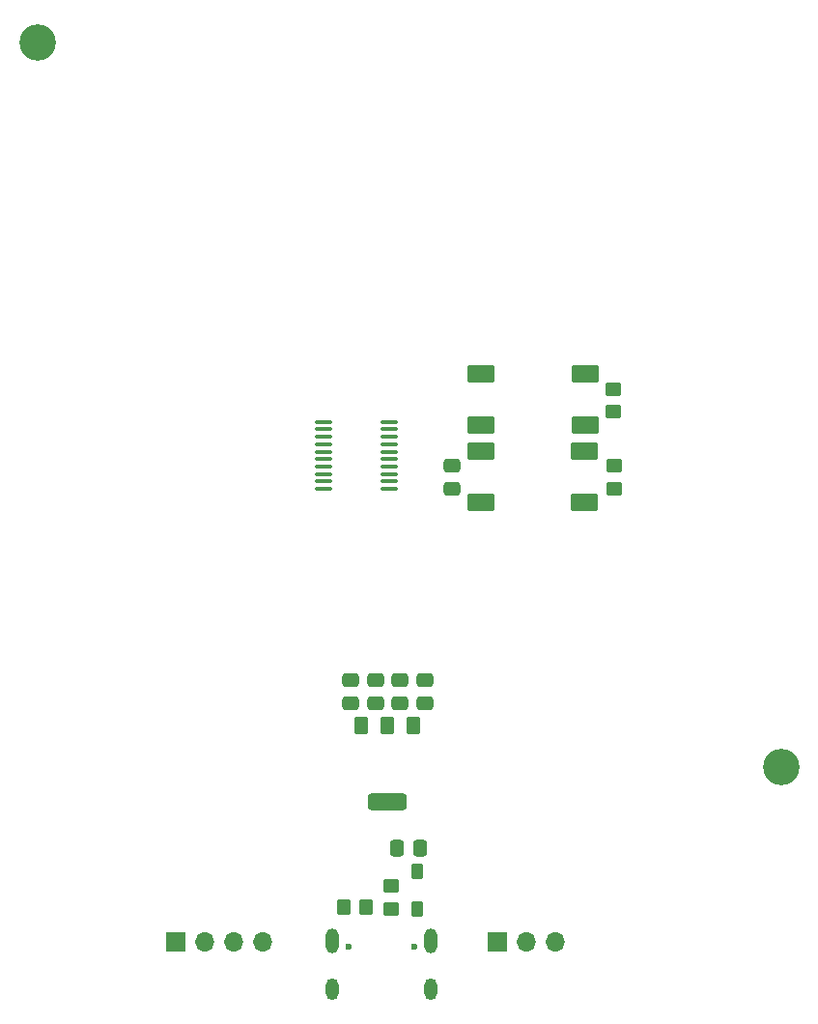
<source format=gbr>
%TF.GenerationSoftware,KiCad,Pcbnew,8.0.2*%
%TF.CreationDate,2025-03-09T15:23:07+01:00*%
%TF.ProjectId,WRadioLogo,57526164-696f-44c6-9f67-6f2e6b696361,rev?*%
%TF.SameCoordinates,Original*%
%TF.FileFunction,Soldermask,Bot*%
%TF.FilePolarity,Negative*%
%FSLAX46Y46*%
G04 Gerber Fmt 4.6, Leading zero omitted, Abs format (unit mm)*
G04 Created by KiCad (PCBNEW 8.0.2) date 2025-03-09 15:23:07*
%MOMM*%
%LPD*%
G01*
G04 APERTURE LIST*
G04 Aperture macros list*
%AMRoundRect*
0 Rectangle with rounded corners*
0 $1 Rounding radius*
0 $2 $3 $4 $5 $6 $7 $8 $9 X,Y pos of 4 corners*
0 Add a 4 corners polygon primitive as box body*
4,1,4,$2,$3,$4,$5,$6,$7,$8,$9,$2,$3,0*
0 Add four circle primitives for the rounded corners*
1,1,$1+$1,$2,$3*
1,1,$1+$1,$4,$5*
1,1,$1+$1,$6,$7*
1,1,$1+$1,$8,$9*
0 Add four rect primitives between the rounded corners*
20,1,$1+$1,$2,$3,$4,$5,0*
20,1,$1+$1,$4,$5,$6,$7,0*
20,1,$1+$1,$6,$7,$8,$9,0*
20,1,$1+$1,$8,$9,$2,$3,0*%
G04 Aperture macros list end*
%ADD10C,3.200000*%
%ADD11C,0.600000*%
%ADD12O,1.104000X2.204000*%
%ADD13O,1.104000X1.904000*%
%ADD14R,1.700000X1.700000*%
%ADD15O,1.700000X1.700000*%
%ADD16RoundRect,0.250000X0.475000X-0.337500X0.475000X0.337500X-0.475000X0.337500X-0.475000X-0.337500X0*%
%ADD17RoundRect,0.079380X-0.487620X0.677620X-0.487620X-0.677620X0.487620X-0.677620X0.487620X0.677620X0*%
%ADD18RoundRect,0.363360X-1.358640X0.393640X-1.358640X-0.393640X1.358640X-0.393640X1.358640X0.393640X0*%
%ADD19RoundRect,0.102000X1.050000X0.700000X-1.050000X0.700000X-1.050000X-0.700000X1.050000X-0.700000X0*%
%ADD20RoundRect,0.250000X0.337500X0.475000X-0.337500X0.475000X-0.337500X-0.475000X0.337500X-0.475000X0*%
%ADD21RoundRect,0.250000X-0.450000X0.350000X-0.450000X-0.350000X0.450000X-0.350000X0.450000X0.350000X0*%
%ADD22RoundRect,0.100000X0.637500X0.100000X-0.637500X0.100000X-0.637500X-0.100000X0.637500X-0.100000X0*%
%ADD23RoundRect,0.102000X-0.365000X0.605000X-0.365000X-0.605000X0.365000X-0.605000X0.365000X0.605000X0*%
%ADD24RoundRect,0.250000X0.450000X-0.350000X0.450000X0.350000X-0.450000X0.350000X-0.450000X-0.350000X0*%
%ADD25RoundRect,0.250000X0.350000X0.450000X-0.350000X0.450000X-0.350000X-0.450000X0.350000X-0.450000X0*%
G04 APERTURE END LIST*
D10*
%TO.C,H1*%
X171069000Y-128524000D03*
%TD*%
D11*
%TO.C,J1*%
X133155000Y-144286500D03*
X138935000Y-144286500D03*
D12*
X131720000Y-143796500D03*
X140370000Y-143796500D03*
D13*
X131720000Y-147966500D03*
X140370000Y-147966500D03*
%TD*%
D14*
%TO.C,J2*%
X117993000Y-143891000D03*
D15*
X120533000Y-143891000D03*
X123073000Y-143891000D03*
X125613000Y-143891000D03*
%TD*%
D10*
%TO.C,H2*%
X105918000Y-65024000D03*
%TD*%
D14*
%TO.C,J3*%
X146177000Y-143891000D03*
D15*
X148717000Y-143891000D03*
X151257000Y-143891000D03*
%TD*%
D16*
%TO.C,C1*%
X137668000Y-122957500D03*
X137668000Y-120882500D03*
%TD*%
%TO.C,C4*%
X133350000Y-122957500D03*
X133350000Y-120882500D03*
%TD*%
%TO.C,C5*%
X142228500Y-104182500D03*
X142228500Y-102107500D03*
%TD*%
%TO.C,C2*%
X139827000Y-122957500D03*
X139827000Y-120882500D03*
%TD*%
D17*
%TO.C,U2*%
X134235000Y-124925000D03*
X136525000Y-124925000D03*
X138815000Y-124925000D03*
D18*
X136525000Y-131615000D03*
%TD*%
D19*
%TO.C,SW1*%
X153868500Y-100874000D03*
X144768500Y-100874000D03*
X153868500Y-105374000D03*
X144768500Y-105374000D03*
%TD*%
D20*
%TO.C,C7*%
X139467500Y-135636000D03*
X137392500Y-135636000D03*
%TD*%
D19*
%TO.C,SW2*%
X153880000Y-94052000D03*
X144780000Y-94052000D03*
X153880000Y-98552000D03*
X144780000Y-98552000D03*
%TD*%
D21*
%TO.C,R2*%
X156337000Y-95393000D03*
X156337000Y-97393000D03*
%TD*%
D22*
%TO.C,U1*%
X136720500Y-98294000D03*
X136720500Y-98944000D03*
X136720500Y-99594000D03*
X136720500Y-100244000D03*
X136720500Y-100894000D03*
X136720500Y-101544000D03*
X136720500Y-102194000D03*
X136720500Y-102844000D03*
X136720500Y-103494000D03*
X136720500Y-104144000D03*
X130995500Y-104144000D03*
X130995500Y-103494000D03*
X130995500Y-102844000D03*
X130995500Y-102194000D03*
X130995500Y-101544000D03*
X130995500Y-100894000D03*
X130995500Y-100244000D03*
X130995500Y-99594000D03*
X130995500Y-98944000D03*
X130995500Y-98294000D03*
%TD*%
D16*
%TO.C,C3*%
X135509000Y-122957500D03*
X135509000Y-120882500D03*
%TD*%
D23*
%TO.C,D77*%
X139192000Y-140999000D03*
X139192000Y-137639000D03*
%TD*%
D24*
%TO.C,R4*%
X136906000Y-140954000D03*
X136906000Y-138954000D03*
%TD*%
D21*
%TO.C,R1*%
X156452500Y-102145000D03*
X156452500Y-104145000D03*
%TD*%
D25*
%TO.C,R3*%
X134731000Y-140843000D03*
X132731000Y-140843000D03*
%TD*%
M02*

</source>
